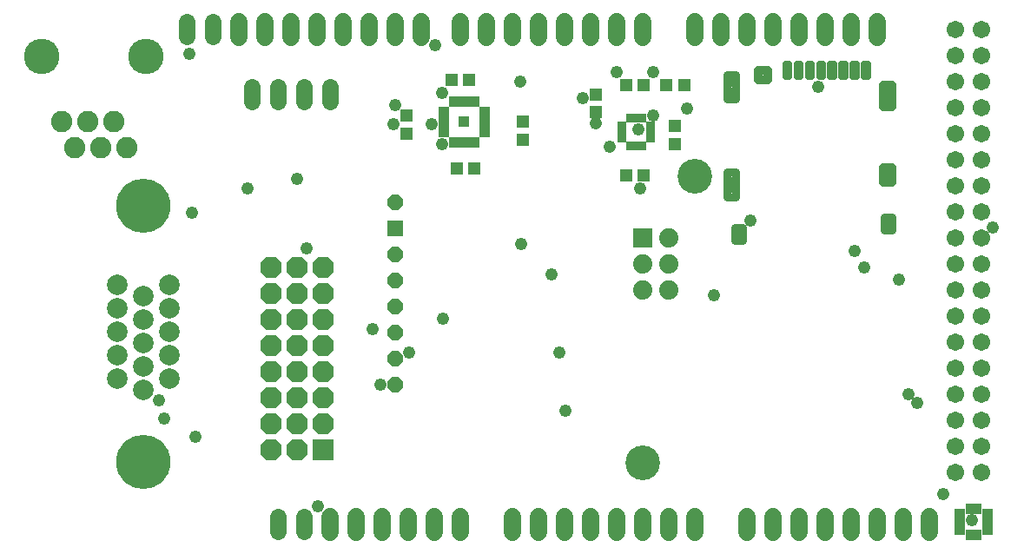
<source format=gts>
G75*
G70*
%OFA0B0*%
%FSLAX24Y24*%
%IPPOS*%
%LPD*%
%AMOC8*
5,1,8,0,0,1.08239X$1,22.5*
%
%ADD10C,0.1330*%
%ADD11C,0.0674*%
%ADD12C,0.0674*%
%ADD13C,0.0640*%
%ADD14C,0.0740*%
%ADD15R,0.0740X0.0740*%
%ADD16C,0.0197*%
%ADD17C,0.0345*%
%ADD18C,0.0316*%
%ADD19R,0.0198X0.0395*%
%ADD20R,0.0395X0.0198*%
%ADD21R,0.0394X0.0394*%
%ADD22C,0.0820*%
%ADD23C,0.1360*%
%ADD24R,0.0190X0.0336*%
%ADD25R,0.0336X0.0190*%
%ADD26R,0.0474X0.0513*%
%ADD27R,0.0513X0.0474*%
%ADD28R,0.0493X0.0505*%
%ADD29R,0.0505X0.0493*%
%ADD30R,0.0820X0.0820*%
%ADD31OC8,0.0820*%
%ADD32OC8,0.0595*%
%ADD33R,0.0595X0.0595*%
%ADD34C,0.0789*%
%ADD35C,0.2080*%
%ADD36C,0.0480*%
%ADD37C,0.0476*%
D10*
X025875Y004720D03*
X027875Y015720D03*
D11*
X027875Y021073D02*
X027875Y021666D01*
X028875Y021666D02*
X028875Y021073D01*
X029875Y021073D02*
X029875Y021666D01*
X030875Y021666D02*
X030875Y021073D01*
X031875Y021073D02*
X031875Y021666D01*
X032875Y021666D02*
X032875Y021073D01*
X033875Y021073D02*
X033875Y021666D01*
X034875Y021666D02*
X034875Y021073D01*
X025875Y021073D02*
X025875Y021666D01*
X024875Y021666D02*
X024875Y021073D01*
X023875Y021073D02*
X023875Y021666D01*
X022875Y021666D02*
X022875Y021073D01*
X021875Y021073D02*
X021875Y021666D01*
X020875Y021666D02*
X020875Y021073D01*
X019875Y021073D02*
X019875Y021666D01*
X018875Y021666D02*
X018875Y021073D01*
X017375Y021073D02*
X017375Y021666D01*
X016375Y021666D02*
X016375Y021073D01*
X015375Y021073D02*
X015375Y021666D01*
X014375Y021666D02*
X014375Y021073D01*
X013375Y021073D02*
X013375Y021666D01*
X012375Y021666D02*
X012375Y021073D01*
X011375Y021073D02*
X011375Y021666D01*
X010375Y021666D02*
X010375Y021073D01*
X010375Y021666D01*
X013875Y002666D02*
X013875Y002073D01*
X014875Y002073D02*
X014875Y002666D01*
X015875Y002666D02*
X015875Y002073D01*
X016875Y002073D02*
X016875Y002666D01*
X017875Y002666D02*
X017875Y002073D01*
X018875Y002073D02*
X018875Y002666D01*
X020875Y002666D02*
X020875Y002073D01*
X021875Y002073D02*
X021875Y002666D01*
X022875Y002666D02*
X022875Y002073D01*
X023875Y002073D02*
X023875Y002666D01*
X024875Y002666D02*
X024875Y002073D01*
X025875Y002073D02*
X025875Y002666D01*
X026875Y002666D02*
X026875Y002073D01*
X027875Y002073D02*
X027875Y002666D01*
X029875Y002666D02*
X029875Y002073D01*
X030875Y002073D02*
X030875Y002666D01*
X031875Y002666D02*
X031875Y002073D01*
X032875Y002073D02*
X032875Y002666D01*
X033875Y002666D02*
X033875Y002073D01*
X034875Y002073D02*
X034875Y002666D01*
X035875Y002666D02*
X035875Y002073D01*
X036875Y002073D02*
X036875Y002666D01*
D12*
X037875Y004370D03*
X038875Y004370D03*
X038875Y005370D03*
X037875Y005370D03*
X037875Y006370D03*
X038875Y006370D03*
X038875Y007370D03*
X037875Y007370D03*
X037875Y008370D03*
X038875Y008370D03*
X038875Y009370D03*
X037875Y009370D03*
X037875Y010370D03*
X038875Y010370D03*
X038875Y011370D03*
X037875Y011370D03*
X037875Y012370D03*
X038875Y012370D03*
X038875Y013370D03*
X037875Y013370D03*
X037875Y014370D03*
X038875Y014370D03*
X038875Y015370D03*
X037875Y015370D03*
X037875Y016370D03*
X038875Y016370D03*
X038875Y017370D03*
X037875Y017370D03*
X037875Y018370D03*
X038875Y018370D03*
X038875Y019370D03*
X037875Y019370D03*
X037875Y020370D03*
X038875Y020370D03*
X038875Y021370D03*
X037875Y021370D03*
D13*
X013875Y019150D02*
X013875Y018590D01*
X012875Y018590D02*
X012875Y019150D01*
X011875Y019150D02*
X011875Y018590D01*
X010875Y018590D02*
X010875Y019150D01*
X009375Y021090D02*
X009375Y021650D01*
X008375Y021650D02*
X008375Y021090D01*
X011875Y002650D02*
X011875Y002090D01*
X012875Y002090D02*
X012875Y002650D01*
D14*
X025875Y011370D03*
X026875Y011370D03*
X026875Y012370D03*
X025875Y012370D03*
X026875Y013370D03*
D15*
X025875Y013370D03*
D16*
X031327Y020055D02*
X031525Y020055D01*
X031525Y019541D01*
X031327Y019541D01*
X031327Y020055D01*
X031327Y019737D02*
X031525Y019737D01*
X031525Y019933D02*
X031327Y019933D01*
X031760Y019541D02*
X031958Y019541D01*
X031760Y019541D02*
X031760Y020055D01*
X031958Y020055D01*
X031958Y019541D01*
X031958Y019737D02*
X031760Y019737D01*
X031760Y019933D02*
X031958Y019933D01*
X032193Y019541D02*
X032391Y019541D01*
X032193Y019541D02*
X032193Y020055D01*
X032391Y020055D01*
X032391Y019541D01*
X032391Y019737D02*
X032193Y019737D01*
X032193Y019933D02*
X032391Y019933D01*
X032626Y019541D02*
X032824Y019541D01*
X032626Y019541D02*
X032626Y020055D01*
X032824Y020055D01*
X032824Y019541D01*
X032824Y019737D02*
X032626Y019737D01*
X032626Y019933D02*
X032824Y019933D01*
X033059Y019541D02*
X033257Y019541D01*
X033059Y019541D02*
X033059Y020055D01*
X033257Y020055D01*
X033257Y019541D01*
X033257Y019737D02*
X033059Y019737D01*
X033059Y019933D02*
X033257Y019933D01*
X033492Y019541D02*
X033690Y019541D01*
X033492Y019541D02*
X033492Y020055D01*
X033690Y020055D01*
X033690Y019541D01*
X033690Y019737D02*
X033492Y019737D01*
X033492Y019933D02*
X033690Y019933D01*
X033925Y019541D02*
X034123Y019541D01*
X033925Y019541D02*
X033925Y020055D01*
X034123Y020055D01*
X034123Y019541D01*
X034123Y019737D02*
X033925Y019737D01*
X033925Y019933D02*
X034123Y019933D01*
X034358Y019541D02*
X034556Y019541D01*
X034358Y019541D02*
X034358Y020055D01*
X034556Y020055D01*
X034556Y019541D01*
X034556Y019737D02*
X034358Y019737D01*
X034358Y019933D02*
X034556Y019933D01*
D17*
X035097Y018395D02*
X035443Y018395D01*
X035097Y018395D02*
X035097Y019233D01*
X035443Y019233D01*
X035443Y018395D01*
X035443Y018739D02*
X035097Y018739D01*
X035097Y019083D02*
X035443Y019083D01*
X030664Y019438D02*
X030298Y019438D01*
X030298Y019784D01*
X030664Y019784D01*
X030664Y019438D01*
X030664Y019782D02*
X030298Y019782D01*
X035097Y015501D02*
X035443Y015501D01*
X035097Y015501D02*
X035097Y016063D01*
X035443Y016063D01*
X035443Y015501D01*
X035443Y015845D02*
X035097Y015845D01*
D18*
X035143Y013656D02*
X035457Y013656D01*
X035143Y013656D02*
X035143Y014168D01*
X035457Y014168D01*
X035457Y013656D01*
X035457Y013971D02*
X035143Y013971D01*
X029709Y013262D02*
X029395Y013262D01*
X029395Y013774D01*
X029709Y013774D01*
X029709Y013262D01*
X029709Y013577D02*
X029395Y013577D01*
X029433Y014936D02*
X029119Y014936D01*
X029119Y015880D01*
X029433Y015880D01*
X029433Y014936D01*
X029433Y015251D02*
X029119Y015251D01*
X029119Y015566D02*
X029433Y015566D01*
X029433Y018696D02*
X029119Y018696D01*
X029119Y019640D01*
X029433Y019640D01*
X029433Y018696D01*
X029433Y019011D02*
X029119Y019011D01*
X029119Y019326D02*
X029433Y019326D01*
D19*
X019517Y018607D03*
X019320Y018607D03*
X019123Y018607D03*
X018927Y018607D03*
X018730Y018607D03*
X018533Y018607D03*
X018533Y017032D03*
X018730Y017032D03*
X018927Y017032D03*
X019123Y017032D03*
X019320Y017032D03*
X019517Y017032D03*
X038378Y002972D03*
X038575Y002972D03*
X038772Y002972D03*
X038772Y001968D03*
X038575Y001968D03*
X038378Y001968D03*
D20*
X038044Y002076D03*
X038044Y002273D03*
X038044Y002470D03*
X038044Y002666D03*
X038044Y002863D03*
X039106Y002863D03*
X039106Y002666D03*
X039106Y002470D03*
X039106Y002273D03*
X039106Y002076D03*
X019812Y017327D03*
X019812Y017524D03*
X019812Y017721D03*
X019812Y017918D03*
X019812Y018115D03*
X019812Y018312D03*
X018238Y018312D03*
X018238Y018115D03*
X018238Y017918D03*
X018238Y017721D03*
X018238Y017524D03*
X018238Y017327D03*
D21*
X019025Y017820D03*
D22*
X006075Y016820D03*
X005075Y016820D03*
X004075Y016820D03*
X003575Y017820D03*
X004575Y017820D03*
X005575Y017820D03*
D23*
X006825Y020320D03*
X002825Y020320D03*
D24*
X025330Y017959D03*
X025527Y017959D03*
X025723Y017959D03*
X025920Y017959D03*
X025920Y016880D03*
X025723Y016880D03*
X025527Y016880D03*
X025330Y016880D03*
D25*
X025086Y017124D03*
X025086Y017321D03*
X025086Y017518D03*
X025086Y017715D03*
X026164Y017715D03*
X026164Y017518D03*
X026164Y017321D03*
X026164Y017124D03*
D26*
X025910Y015770D03*
X025240Y015770D03*
D27*
X024075Y018185D03*
X024075Y018854D03*
D28*
X025231Y019220D03*
X025919Y019220D03*
X026781Y019220D03*
X027469Y019220D03*
X019419Y016020D03*
X018731Y016020D03*
X018531Y019420D03*
X019219Y019420D03*
D29*
X016825Y018064D03*
X016825Y017375D03*
X021275Y017125D03*
X021275Y017814D03*
X027125Y017664D03*
X027125Y016975D03*
D30*
X013625Y005220D03*
D31*
X012625Y005220D03*
X011625Y005220D03*
X011625Y006220D03*
X012625Y006220D03*
X013625Y006220D03*
X013625Y007220D03*
X012625Y007220D03*
X011625Y007220D03*
X011625Y008220D03*
X012625Y008220D03*
X013625Y008220D03*
X013625Y009220D03*
X012625Y009220D03*
X011625Y009220D03*
X011625Y010220D03*
X012625Y010220D03*
X013625Y010220D03*
X013625Y011220D03*
X012625Y011220D03*
X011625Y011220D03*
X011625Y012220D03*
X012625Y012220D03*
X013625Y012220D03*
D32*
X016375Y012720D03*
X016375Y011720D03*
X016375Y010720D03*
X016375Y009720D03*
X016375Y008720D03*
X016375Y007720D03*
X016375Y014720D03*
D33*
X016375Y013720D03*
D34*
X007725Y011570D03*
X006725Y011120D03*
X007725Y010670D03*
X006725Y010220D03*
X007725Y009770D03*
X006725Y009320D03*
X007725Y008870D03*
X006725Y008420D03*
X007725Y007970D03*
X006725Y007520D03*
X005725Y007970D03*
X005725Y008870D03*
X005725Y009770D03*
X005725Y010670D03*
X005725Y011570D03*
D35*
X006725Y004750D03*
X006725Y014590D03*
D36*
X008575Y014320D03*
X010725Y015270D03*
X012625Y015620D03*
X016325Y017720D03*
X016375Y018470D03*
X017775Y017720D03*
X018175Y016970D03*
X018175Y018920D03*
X017925Y020770D03*
X023575Y018720D03*
X024875Y019720D03*
X026275Y019720D03*
X027575Y018320D03*
X026275Y018070D03*
X025725Y017520D03*
X025775Y015270D03*
X030025Y014020D03*
X034025Y012870D03*
X034375Y012220D03*
X035725Y011770D03*
X039325Y013770D03*
X032625Y019170D03*
X021225Y013120D03*
X022375Y011970D03*
X018225Y010270D03*
X016925Y008970D03*
X015525Y009870D03*
X015825Y007720D03*
X022675Y008970D03*
X022925Y006720D03*
X028625Y011170D03*
X036075Y007370D03*
X036425Y007020D03*
X038525Y002520D03*
X013425Y003070D03*
X008725Y005720D03*
X007525Y006420D03*
X007325Y007120D03*
X012975Y012970D03*
X008475Y020420D03*
D37*
X021175Y019370D03*
X024075Y017770D03*
X024625Y016870D03*
X037425Y003520D03*
M02*

</source>
